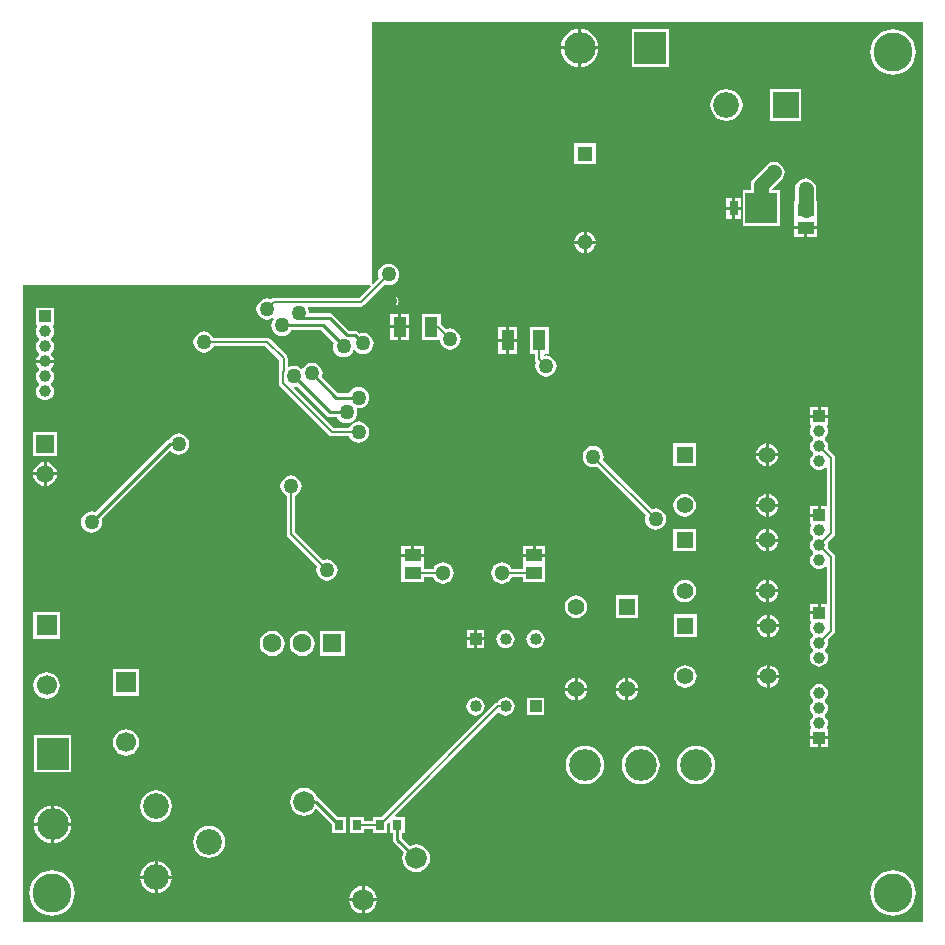
<source format=gbl>
%FSLAX25Y25*%
%MOIN*%
G70*
G01*
G75*
G04 Layer_Physical_Order=2*
G04 Layer_Color=16711680*
%ADD10R,0.23622X0.23622*%
%ADD11R,0.06693X0.04331*%
%ADD12O,0.00984X0.06102*%
%ADD13O,0.06102X0.00984*%
%ADD14R,0.07087X0.07480*%
%ADD15R,0.00945X0.05315*%
%ADD16R,0.08268X0.06299*%
%ADD17R,0.05512X0.04331*%
%ADD18R,0.04331X0.05512*%
%ADD19R,0.04331X0.06693*%
%ADD20R,0.03937X0.11417*%
%ADD21R,0.40945X0.31496*%
%ADD22R,0.03543X0.02756*%
%ADD23R,0.02756X0.03543*%
%ADD24R,0.02362X0.03347*%
%ADD25R,0.05906X0.05906*%
%ADD26R,0.14370X0.05709*%
%ADD27R,0.13189X0.05315*%
%ADD28O,0.02756X0.09055*%
%ADD29R,0.00984X0.04429*%
%ADD30R,0.04429X0.00984*%
%ADD31C,0.06000*%
%ADD32C,0.04000*%
%ADD33C,0.01000*%
%ADD34C,0.00800*%
%ADD35C,0.10000*%
%ADD36C,0.03000*%
%ADD37C,0.00700*%
%ADD38C,0.05000*%
%ADD39C,0.02500*%
%ADD40C,0.02000*%
%ADD41R,0.03937X0.03937*%
%ADD42C,0.03937*%
%ADD43R,0.06693X0.06693*%
%ADD44C,0.06693*%
%ADD45C,0.05118*%
%ADD46C,0.05906*%
%ADD47R,0.06299X0.06299*%
%ADD48C,0.06299*%
%ADD49C,0.10600*%
%ADD50R,0.10600X0.10600*%
%ADD51R,0.05118X0.05118*%
%ADD52C,0.05118*%
%ADD53R,0.08600X0.08600*%
%ADD54C,0.08600*%
%ADD55C,0.07200*%
%ADD56R,0.10600X0.10600*%
%ADD57R,0.03976X0.03976*%
%ADD58C,0.03976*%
%ADD59C,0.05500*%
%ADD60R,0.05500X0.05500*%
%ADD61R,0.05500X0.05500*%
%ADD62C,0.05000*%
%ADD63C,0.12992*%
%ADD64R,0.03000X0.05000*%
%ADD65R,0.10512X0.10000*%
G36*
X300000Y0D02*
X0D01*
Y212500D01*
X115828D01*
X116019Y212038D01*
X112109Y208127D01*
X83700D01*
X83700Y208127D01*
X83154Y208019D01*
X82770Y207762D01*
X82414Y207910D01*
X81500Y208030D01*
X80586Y207910D01*
X79735Y207557D01*
X79004Y206996D01*
X78443Y206265D01*
X78090Y205414D01*
X77970Y204500D01*
X78090Y203586D01*
X78443Y202735D01*
X79004Y202004D01*
X79735Y201443D01*
X80586Y201090D01*
X81500Y200970D01*
X82414Y201090D01*
X83265Y201443D01*
X83442Y201579D01*
X83796Y201225D01*
X83443Y200765D01*
X83090Y199914D01*
X82970Y199000D01*
X83090Y198086D01*
X83443Y197235D01*
X84004Y196504D01*
X84735Y195943D01*
X85586Y195590D01*
X86500Y195470D01*
X87414Y195590D01*
X88265Y195943D01*
X88996Y196504D01*
X89557Y197235D01*
X89655Y197471D01*
X99366D01*
X103688Y193149D01*
X103590Y192914D01*
X103470Y192000D01*
X103590Y191086D01*
X103943Y190235D01*
X104504Y189504D01*
X105235Y188943D01*
X106086Y188590D01*
X107000Y188470D01*
X107914Y188590D01*
X108765Y188943D01*
X109496Y189504D01*
X110057Y190235D01*
X110270Y190749D01*
X110766Y190814D01*
X111004Y190504D01*
X111735Y189943D01*
X112586Y189590D01*
X113500Y189470D01*
X114414Y189590D01*
X115265Y189943D01*
X115996Y190504D01*
X116557Y191235D01*
X116910Y192086D01*
X117030Y193000D01*
X116910Y193914D01*
X116557Y194765D01*
X115996Y195496D01*
X115265Y196057D01*
X114414Y196410D01*
X113500Y196530D01*
X112586Y196410D01*
X112351Y196312D01*
X111781Y196881D01*
X111285Y197213D01*
X110700Y197329D01*
X108834D01*
X103581Y202581D01*
X103085Y202913D01*
X102500Y203029D01*
X95526D01*
X95410Y203914D01*
X95057Y204765D01*
X95012Y204824D01*
X95233Y205273D01*
X112700D01*
X112700Y205273D01*
X113246Y205381D01*
X113709Y205691D01*
X120749Y212730D01*
X121086Y212590D01*
X122000Y212470D01*
X122914Y212590D01*
X123765Y212943D01*
X124496Y213504D01*
X125057Y214235D01*
X125410Y215086D01*
X125530Y216000D01*
X125410Y216914D01*
X125057Y217765D01*
X124496Y218496D01*
X123765Y219057D01*
X122914Y219410D01*
X122000Y219530D01*
X121086Y219410D01*
X120235Y219057D01*
X119504Y218496D01*
X118943Y217765D01*
X118590Y216914D01*
X118470Y216000D01*
X118590Y215086D01*
X118730Y214749D01*
X116962Y212981D01*
X116500Y213172D01*
Y300000D01*
X300000D01*
Y0D01*
D02*
G37*
%LPC*%
G36*
X93260Y97185D02*
X92177Y97043D01*
X91167Y96625D01*
X90300Y95960D01*
X89635Y95093D01*
X89217Y94083D01*
X89074Y93000D01*
X89217Y91917D01*
X89635Y90907D01*
X90300Y90040D01*
X91167Y89375D01*
X92177Y88957D01*
X93260Y88815D01*
X94343Y88957D01*
X95353Y89375D01*
X96219Y90040D01*
X96885Y90907D01*
X97303Y91917D01*
X97445Y93000D01*
X97303Y94083D01*
X96885Y95093D01*
X96219Y95960D01*
X95353Y96625D01*
X94343Y97043D01*
X93260Y97185D01*
D02*
G37*
G36*
X268468Y168315D02*
X262531D01*
Y165847D01*
X262752D01*
X262973Y165398D01*
X262907Y165312D01*
X262608Y164590D01*
X262506Y163815D01*
X262608Y163040D01*
X262907Y162318D01*
X263383Y161698D01*
X263556Y161565D01*
Y161065D01*
X263383Y160932D01*
X262907Y160312D01*
X262608Y159590D01*
X262506Y158815D01*
X262608Y158040D01*
X262907Y157318D01*
X263383Y156698D01*
X263556Y156565D01*
Y156065D01*
X263383Y155932D01*
X262907Y155312D01*
X262608Y154590D01*
X262506Y153815D01*
X262608Y153040D01*
X262907Y152318D01*
X263383Y151698D01*
X264003Y151222D01*
X264725Y150923D01*
X265500Y150821D01*
X266275Y150923D01*
X266997Y151222D01*
X267617Y151698D01*
X267650Y151741D01*
X268124Y151580D01*
Y138784D01*
X266000D01*
Y135815D01*
X265500D01*
Y135315D01*
X262531D01*
Y132846D01*
X262752D01*
X262973Y132398D01*
X262907Y132312D01*
X262608Y131590D01*
X262506Y130815D01*
X262608Y130040D01*
X262907Y129318D01*
X263383Y128698D01*
X263556Y128565D01*
Y128065D01*
X263383Y127932D01*
X262907Y127312D01*
X262608Y126590D01*
X262506Y125815D01*
X262608Y125040D01*
X262907Y124318D01*
X263383Y123698D01*
X263556Y123565D01*
Y123065D01*
X263383Y122932D01*
X262907Y122312D01*
X262608Y121590D01*
X262506Y120815D01*
X262608Y120040D01*
X262907Y119318D01*
X263383Y118698D01*
X264003Y118222D01*
X264725Y117923D01*
X265500Y117821D01*
X266275Y117923D01*
X266997Y118222D01*
X267617Y118698D01*
X267650Y118741D01*
X268124Y118580D01*
Y106283D01*
X266000D01*
Y103315D01*
X265500D01*
Y102815D01*
X262531D01*
Y100347D01*
X262752D01*
X262973Y99898D01*
X262907Y99812D01*
X262608Y99090D01*
X262506Y98315D01*
X262608Y97540D01*
X262907Y96818D01*
X263383Y96198D01*
X263556Y96065D01*
Y95565D01*
X263383Y95432D01*
X262907Y94812D01*
X262608Y94090D01*
X262506Y93315D01*
X262608Y92540D01*
X262907Y91818D01*
X263383Y91198D01*
X263556Y91065D01*
Y90565D01*
X263383Y90432D01*
X262907Y89812D01*
X262608Y89090D01*
X262506Y88315D01*
X262608Y87540D01*
X262907Y86818D01*
X263383Y86198D01*
X264003Y85722D01*
X264725Y85423D01*
X265500Y85321D01*
X266275Y85423D01*
X266997Y85722D01*
X267617Y86198D01*
X268093Y86818D01*
X268392Y87540D01*
X268494Y88315D01*
X268392Y89090D01*
X268093Y89812D01*
X267617Y90432D01*
X267444Y90565D01*
Y91065D01*
X267617Y91198D01*
X268093Y91818D01*
X268392Y92540D01*
X268494Y93315D01*
X268392Y94090D01*
X268342Y94210D01*
X270473Y96342D01*
X270473Y96342D01*
X270772Y96788D01*
X270877Y97315D01*
Y121815D01*
X270772Y122342D01*
X270473Y122788D01*
X270473Y122788D01*
X268342Y124919D01*
X268392Y125040D01*
X268494Y125815D01*
X268392Y126590D01*
X268342Y126710D01*
X270473Y128842D01*
X270473Y128842D01*
X270772Y129288D01*
X270877Y129815D01*
Y154815D01*
X270772Y155342D01*
X270473Y155788D01*
X270473Y155788D01*
X268342Y157919D01*
X268392Y158040D01*
X268494Y158815D01*
X268392Y159590D01*
X268093Y160312D01*
X267617Y160932D01*
X267444Y161065D01*
Y161565D01*
X267617Y161698D01*
X268093Y162318D01*
X268392Y163040D01*
X268494Y163815D01*
X268392Y164590D01*
X268093Y165312D01*
X268027Y165398D01*
X268248Y165847D01*
X268468D01*
Y168315D01*
D02*
G37*
G36*
X83260Y97185D02*
X82177Y97043D01*
X81167Y96625D01*
X80300Y95960D01*
X79635Y95093D01*
X79217Y94083D01*
X79074Y93000D01*
X79217Y91917D01*
X79635Y90907D01*
X80300Y90040D01*
X81167Y89375D01*
X82177Y88957D01*
X83260Y88815D01*
X84343Y88957D01*
X85352Y89375D01*
X86219Y90040D01*
X86884Y90907D01*
X87303Y91917D01*
X87445Y93000D01*
X87303Y94083D01*
X86884Y95093D01*
X86219Y95960D01*
X85352Y96625D01*
X84343Y97043D01*
X83260Y97185D01*
D02*
G37*
G36*
X171000Y97514D02*
X170220Y97411D01*
X169493Y97110D01*
X168869Y96631D01*
X168390Y96007D01*
X168089Y95280D01*
X167986Y94500D01*
X168089Y93720D01*
X168390Y92993D01*
X168869Y92369D01*
X169493Y91890D01*
X170220Y91589D01*
X171000Y91486D01*
X171780Y91589D01*
X172507Y91890D01*
X173131Y92369D01*
X173610Y92993D01*
X173911Y93720D01*
X174014Y94500D01*
X173911Y95280D01*
X173610Y96007D01*
X173131Y96631D01*
X172507Y97110D01*
X171780Y97411D01*
X171000Y97514D01*
D02*
G37*
G36*
X150500Y94000D02*
X148012D01*
Y91512D01*
X150500D01*
Y94000D01*
D02*
G37*
G36*
X107409Y97150D02*
X99110D01*
Y88850D01*
X107409D01*
Y97150D01*
D02*
G37*
G36*
X161000Y97514D02*
X160220Y97411D01*
X159493Y97110D01*
X158869Y96631D01*
X158390Y96007D01*
X158089Y95280D01*
X157986Y94500D01*
X158089Y93720D01*
X158390Y92993D01*
X158869Y92369D01*
X159493Y91890D01*
X160220Y91589D01*
X161000Y91486D01*
X161780Y91589D01*
X162507Y91890D01*
X163131Y92369D01*
X163610Y92993D01*
X163911Y93720D01*
X164014Y94500D01*
X163911Y95280D01*
X163610Y96007D01*
X163131Y96631D01*
X162507Y97110D01*
X161780Y97411D01*
X161000Y97514D01*
D02*
G37*
G36*
X249000Y85716D02*
Y82500D01*
X252217D01*
X252153Y82979D01*
X251776Y83891D01*
X251174Y84675D01*
X250391Y85276D01*
X249479Y85654D01*
X249000Y85716D01*
D02*
G37*
G36*
X185035Y81437D02*
Y78220D01*
X188252D01*
X188189Y78699D01*
X187811Y79612D01*
X187210Y80395D01*
X186427Y80996D01*
X185514Y81374D01*
X185035Y81437D01*
D02*
G37*
G36*
X200965D02*
X200486Y81374D01*
X199573Y80996D01*
X198790Y80395D01*
X198189Y79612D01*
X197811Y78699D01*
X197748Y78220D01*
X200965D01*
Y81437D01*
D02*
G37*
G36*
X220941Y85782D02*
X219962Y85654D01*
X219050Y85276D01*
X218266Y84675D01*
X217665Y83891D01*
X217287Y82979D01*
X217159Y82000D01*
X217287Y81021D01*
X217665Y80109D01*
X218266Y79325D01*
X219050Y78724D01*
X219962Y78347D01*
X220941Y78218D01*
X221920Y78347D01*
X222832Y78724D01*
X223616Y79325D01*
X224217Y80109D01*
X224594Y81021D01*
X224723Y82000D01*
X224594Y82979D01*
X224217Y83891D01*
X223616Y84675D01*
X222832Y85276D01*
X221920Y85654D01*
X220941Y85782D01*
D02*
G37*
G36*
X184035Y81437D02*
X183556Y81374D01*
X182644Y80996D01*
X181861Y80395D01*
X181260Y79612D01*
X180882Y78699D01*
X180819Y78220D01*
X184035D01*
Y81437D01*
D02*
G37*
G36*
X252217Y81500D02*
X249000D01*
Y78284D01*
X249479Y78347D01*
X250391Y78724D01*
X251174Y79325D01*
X251776Y80109D01*
X252153Y81021D01*
X252217Y81500D01*
D02*
G37*
G36*
X248000Y85716D02*
X247521Y85654D01*
X246609Y85276D01*
X245826Y84675D01*
X245224Y83891D01*
X244847Y82979D01*
X244783Y82500D01*
X248000D01*
Y85716D01*
D02*
G37*
G36*
X201965Y81437D02*
Y78220D01*
X205181D01*
X205118Y78699D01*
X204740Y79612D01*
X204139Y80395D01*
X203356Y80996D01*
X202444Y81374D01*
X201965Y81437D01*
D02*
G37*
G36*
X248000Y81500D02*
X244783D01*
X244847Y81021D01*
X245224Y80109D01*
X245826Y79325D01*
X246609Y78724D01*
X247521Y78347D01*
X248000Y78284D01*
Y81500D01*
D02*
G37*
G36*
X265000Y106283D02*
X262531D01*
Y103815D01*
X265000D01*
Y106283D01*
D02*
G37*
G36*
X220721Y114318D02*
X219742Y114189D01*
X218829Y113811D01*
X218046Y113210D01*
X217445Y112427D01*
X217067Y111514D01*
X216938Y110535D01*
X217067Y109556D01*
X217445Y108644D01*
X218046Y107861D01*
X218829Y107260D01*
X219742Y106882D01*
X220721Y106753D01*
X221699Y106882D01*
X222612Y107260D01*
X223395Y107861D01*
X223996Y108644D01*
X224374Y109556D01*
X224503Y110535D01*
X224374Y111514D01*
X223996Y112427D01*
X223395Y113210D01*
X222612Y113811D01*
X221699Y114189D01*
X220721Y114318D01*
D02*
G37*
G36*
X184535Y109062D02*
X183556Y108933D01*
X182644Y108555D01*
X181861Y107954D01*
X181260Y107171D01*
X180882Y106258D01*
X180753Y105280D01*
X180882Y104301D01*
X181260Y103388D01*
X181861Y102605D01*
X182644Y102004D01*
X183556Y101626D01*
X184535Y101497D01*
X185514Y101626D01*
X186427Y102004D01*
X187210Y102605D01*
X187811Y103388D01*
X188189Y104301D01*
X188318Y105280D01*
X188189Y106258D01*
X187811Y107171D01*
X187210Y107954D01*
X186427Y108555D01*
X185514Y108933D01*
X184535Y109062D01*
D02*
G37*
G36*
X205215Y109029D02*
X197715D01*
Y101530D01*
X205215D01*
Y109029D01*
D02*
G37*
G36*
X247779Y114252D02*
X247301Y114189D01*
X246388Y113811D01*
X245605Y113210D01*
X245004Y112427D01*
X244626Y111514D01*
X244563Y111035D01*
X247779D01*
Y114252D01*
D02*
G37*
G36*
X248780D02*
Y111035D01*
X251996D01*
X251933Y111514D01*
X251555Y112427D01*
X250954Y113210D01*
X250171Y113811D01*
X249258Y114189D01*
X248780Y114252D01*
D02*
G37*
G36*
X247779Y110035D02*
X244563D01*
X244626Y109556D01*
X245004Y108644D01*
X245605Y107861D01*
X246388Y107260D01*
X247301Y106882D01*
X247779Y106819D01*
Y110035D01*
D02*
G37*
G36*
X251996D02*
X248780D01*
Y106819D01*
X249258Y106882D01*
X250171Y107260D01*
X250954Y107861D01*
X251555Y108644D01*
X251933Y109556D01*
X251996Y110035D01*
D02*
G37*
G36*
X249000Y102646D02*
Y99429D01*
X252217D01*
X252153Y99908D01*
X251776Y100820D01*
X251174Y101604D01*
X250391Y102205D01*
X249479Y102583D01*
X249000Y102646D01*
D02*
G37*
G36*
X150500Y97488D02*
X148012D01*
Y95000D01*
X150500D01*
Y97488D01*
D02*
G37*
G36*
X153988D02*
X151500D01*
Y95000D01*
X153988D01*
Y97488D01*
D02*
G37*
G36*
Y94000D02*
X151500D01*
Y91512D01*
X153988D01*
Y94000D01*
D02*
G37*
G36*
X12347Y103347D02*
X3653D01*
Y94653D01*
X12347D01*
Y103347D01*
D02*
G37*
G36*
X252217Y98429D02*
X249000D01*
Y95213D01*
X249479Y95276D01*
X250391Y95653D01*
X251174Y96255D01*
X251776Y97038D01*
X252153Y97950D01*
X252217Y98429D01*
D02*
G37*
G36*
X248000Y102646D02*
X247521Y102583D01*
X246609Y102205D01*
X245826Y101604D01*
X245224Y100820D01*
X244847Y99908D01*
X244783Y99429D01*
X248000D01*
Y102646D01*
D02*
G37*
G36*
X224691Y102679D02*
X217191D01*
Y95179D01*
X224691D01*
Y102679D01*
D02*
G37*
G36*
X248000Y98429D02*
X244783D01*
X244847Y97950D01*
X245224Y97038D01*
X245826Y96255D01*
X246609Y95653D01*
X247521Y95276D01*
X248000Y95213D01*
Y98429D01*
D02*
G37*
G36*
X38846Y84346D02*
X30154D01*
Y75653D01*
X38846D01*
Y84346D01*
D02*
G37*
G36*
X62217Y32236D02*
X60833Y32053D01*
X59544Y31519D01*
X58437Y30670D01*
X57587Y29563D01*
X57053Y28273D01*
X56871Y26890D01*
X57053Y25506D01*
X57587Y24217D01*
X58437Y23110D01*
X59544Y22260D01*
X60833Y21726D01*
X62217Y21544D01*
X63600Y21726D01*
X64889Y22260D01*
X65996Y23110D01*
X66846Y24217D01*
X67380Y25506D01*
X67562Y26890D01*
X67380Y28273D01*
X66846Y29563D01*
X65996Y30670D01*
X64889Y31519D01*
X63600Y32053D01*
X62217Y32236D01*
D02*
G37*
G36*
X9500Y32189D02*
X3719D01*
X3791Y31454D01*
X4151Y30266D01*
X4736Y29172D01*
X5524Y28213D01*
X6483Y27425D01*
X7577Y26840D01*
X8765Y26480D01*
X9500Y26408D01*
Y32189D01*
D02*
G37*
G36*
X44000Y20359D02*
X43116Y20242D01*
X41827Y19708D01*
X40720Y18859D01*
X39871Y17752D01*
X39336Y16462D01*
X39220Y15579D01*
X44000D01*
Y20359D01*
D02*
G37*
G36*
X45000D02*
Y15579D01*
X49780D01*
X49664Y16462D01*
X49130Y17752D01*
X48280Y18859D01*
X47173Y19708D01*
X45884Y20242D01*
X45000Y20359D01*
D02*
G37*
G36*
X9500Y38970D02*
X8765Y38898D01*
X7577Y38538D01*
X6483Y37953D01*
X5524Y37165D01*
X4736Y36206D01*
X4151Y35111D01*
X3791Y33924D01*
X3719Y33189D01*
X9500D01*
Y38970D01*
D02*
G37*
G36*
X10500D02*
Y33189D01*
X16281D01*
X16209Y33924D01*
X15849Y35111D01*
X15264Y36206D01*
X14476Y37165D01*
X13517Y37953D01*
X12423Y38538D01*
X11235Y38898D01*
X10500Y38970D01*
D02*
G37*
G36*
X16281Y32189D02*
X10500D01*
Y26408D01*
X11235Y26480D01*
X12423Y26840D01*
X13517Y27425D01*
X14476Y28213D01*
X15264Y29172D01*
X15849Y30266D01*
X16209Y31454D01*
X16281Y32189D01*
D02*
G37*
G36*
X93815Y44903D02*
X92614Y44745D01*
X91495Y44282D01*
X90534Y43545D01*
X89797Y42584D01*
X89333Y41465D01*
X89175Y40264D01*
X89333Y39063D01*
X89797Y37944D01*
X90534Y36983D01*
X91495Y36246D01*
X92614Y35782D01*
X93815Y35624D01*
X95016Y35782D01*
X96135Y36246D01*
X97096Y36983D01*
X97649Y37704D01*
X98148Y37737D01*
X103169Y32715D01*
Y29728D01*
X107925D01*
Y35272D01*
X104938D01*
X98865Y41345D01*
X98369Y41677D01*
X98194Y41712D01*
X97833Y42584D01*
X97096Y43545D01*
X96135Y44282D01*
X95016Y44745D01*
X93815Y44903D01*
D02*
G37*
G36*
X113000Y7087D02*
X108926D01*
X109018Y6386D01*
X109482Y5267D01*
X110219Y4306D01*
X111180Y3568D01*
X112299Y3105D01*
X113000Y3013D01*
Y7087D01*
D02*
G37*
G36*
X118074D02*
X114000D01*
Y3013D01*
X114701Y3105D01*
X115820Y3568D01*
X116781Y4306D01*
X117518Y5267D01*
X117982Y6386D01*
X118074Y7087D01*
D02*
G37*
G36*
X9843Y17375D02*
X8373Y17230D01*
X6960Y16802D01*
X5658Y16105D01*
X4516Y15169D01*
X3580Y14027D01*
X2884Y12725D01*
X2455Y11312D01*
X2310Y9843D01*
X2455Y8373D01*
X2884Y6960D01*
X3580Y5658D01*
X4516Y4516D01*
X5658Y3580D01*
X6960Y2884D01*
X8373Y2455D01*
X9843Y2310D01*
X11312Y2455D01*
X12725Y2884D01*
X14027Y3580D01*
X15169Y4516D01*
X16105Y5658D01*
X16802Y6960D01*
X17230Y8373D01*
X17375Y9843D01*
X17230Y11312D01*
X16802Y12725D01*
X16105Y14027D01*
X15169Y15169D01*
X14027Y16105D01*
X12725Y16802D01*
X11312Y17230D01*
X9843Y17375D01*
D02*
G37*
G36*
X290158D02*
X288688Y17230D01*
X287275Y16802D01*
X285973Y16105D01*
X284831Y15169D01*
X283895Y14027D01*
X283198Y12725D01*
X282770Y11312D01*
X282625Y9843D01*
X282770Y8373D01*
X283198Y6960D01*
X283895Y5658D01*
X284831Y4516D01*
X285973Y3580D01*
X287275Y2884D01*
X288688Y2455D01*
X290158Y2310D01*
X291627Y2455D01*
X293040Y2884D01*
X294342Y3580D01*
X295484Y4516D01*
X296420Y5658D01*
X297116Y6960D01*
X297545Y8373D01*
X297690Y9843D01*
X297545Y11312D01*
X297116Y12725D01*
X296420Y14027D01*
X295484Y15169D01*
X294342Y16105D01*
X293040Y16802D01*
X291627Y17230D01*
X290158Y17375D01*
D02*
G37*
G36*
X44000Y14579D02*
X39220D01*
X39336Y13695D01*
X39871Y12406D01*
X40720Y11299D01*
X41827Y10449D01*
X43116Y9915D01*
X44000Y9799D01*
Y14579D01*
D02*
G37*
G36*
X49780D02*
X45000D01*
Y9799D01*
X45884Y9915D01*
X47173Y10449D01*
X48280Y11299D01*
X49130Y12406D01*
X49664Y13695D01*
X49780Y14579D01*
D02*
G37*
G36*
X113000Y12161D02*
X112299Y12068D01*
X111180Y11605D01*
X110219Y10867D01*
X109482Y9906D01*
X109018Y8787D01*
X108926Y8087D01*
X113000D01*
Y12161D01*
D02*
G37*
G36*
X114000D02*
Y8087D01*
X118074D01*
X117982Y8787D01*
X117518Y9906D01*
X116781Y10867D01*
X115820Y11605D01*
X114701Y12068D01*
X114000Y12161D01*
D02*
G37*
G36*
X44500Y44047D02*
X43116Y43864D01*
X41827Y43330D01*
X40720Y42481D01*
X39871Y41374D01*
X39336Y40084D01*
X39154Y38701D01*
X39336Y37317D01*
X39871Y36028D01*
X40720Y34921D01*
X41827Y34071D01*
X43116Y33537D01*
X44500Y33355D01*
X45884Y33537D01*
X47173Y34071D01*
X48280Y34921D01*
X49130Y36028D01*
X49664Y37317D01*
X49846Y38701D01*
X49664Y40084D01*
X49130Y41374D01*
X48280Y42481D01*
X47173Y43330D01*
X45884Y43864D01*
X44500Y44047D01*
D02*
G37*
G36*
X173988Y74988D02*
X168012D01*
Y69012D01*
X173988D01*
Y74988D01*
D02*
G37*
G36*
X184035Y77220D02*
X180819D01*
X180882Y76741D01*
X181260Y75829D01*
X181861Y75046D01*
X182644Y74445D01*
X183556Y74067D01*
X184035Y74004D01*
Y77220D01*
D02*
G37*
G36*
X151000Y75014D02*
X150220Y74911D01*
X149493Y74610D01*
X148869Y74131D01*
X148390Y73507D01*
X148089Y72780D01*
X147986Y72000D01*
X148089Y71220D01*
X148390Y70493D01*
X148869Y69869D01*
X149493Y69390D01*
X150220Y69089D01*
X151000Y68986D01*
X151780Y69089D01*
X152507Y69390D01*
X153131Y69869D01*
X153610Y70493D01*
X153911Y71220D01*
X154014Y72000D01*
X153911Y72780D01*
X153610Y73507D01*
X153131Y74131D01*
X152507Y74610D01*
X151780Y74911D01*
X151000Y75014D01*
D02*
G37*
G36*
X161000D02*
X160220Y74911D01*
X159493Y74610D01*
X158869Y74131D01*
X158390Y73507D01*
X158340Y73386D01*
X158001Y73319D01*
X157816Y73195D01*
X157538Y73009D01*
X157538Y73009D01*
X119800Y35272D01*
X116669D01*
Y33927D01*
X113831D01*
Y35272D01*
X109075D01*
Y29728D01*
X113831D01*
Y31073D01*
X116669D01*
Y29728D01*
X121425D01*
Y32859D01*
X122113Y33547D01*
X122575Y33356D01*
Y29728D01*
X123423D01*
Y27630D01*
X123423Y27630D01*
X123423D01*
X123540Y27045D01*
X123871Y26548D01*
X127062Y23357D01*
X126735Y22567D01*
X126577Y21366D01*
X126735Y20165D01*
X127199Y19046D01*
X127936Y18085D01*
X128897Y17348D01*
X130016Y16884D01*
X131217Y16726D01*
X132417Y16884D01*
X133536Y17348D01*
X134497Y18085D01*
X135235Y19046D01*
X135698Y20165D01*
X135856Y21366D01*
X135698Y22567D01*
X135235Y23686D01*
X134497Y24647D01*
X133536Y25384D01*
X132417Y25848D01*
X131217Y26006D01*
X130016Y25848D01*
X129225Y25520D01*
X126482Y28263D01*
Y29728D01*
X127331D01*
Y35272D01*
X124491D01*
X124300Y35734D01*
X158461Y69895D01*
X158869Y69869D01*
X159493Y69390D01*
X160220Y69089D01*
X161000Y68986D01*
X161780Y69089D01*
X162507Y69390D01*
X163131Y69869D01*
X163610Y70493D01*
X163911Y71220D01*
X164014Y72000D01*
X163911Y72780D01*
X163610Y73507D01*
X163131Y74131D01*
X162507Y74610D01*
X161780Y74911D01*
X161000Y75014D01*
D02*
G37*
G36*
X205181Y77220D02*
X201965D01*
Y74004D01*
X202444Y74067D01*
X203356Y74445D01*
X204139Y75046D01*
X204740Y75829D01*
X205118Y76741D01*
X205181Y77220D01*
D02*
G37*
G36*
X8000Y83384D02*
X6865Y83235D01*
X5808Y82797D01*
X4900Y82100D01*
X4203Y81192D01*
X3765Y80135D01*
X3616Y79000D01*
X3765Y77865D01*
X4203Y76808D01*
X4900Y75900D01*
X5808Y75203D01*
X6865Y74765D01*
X8000Y74616D01*
X9135Y74765D01*
X10192Y75203D01*
X11100Y75900D01*
X11797Y76808D01*
X12235Y77865D01*
X12384Y79000D01*
X12235Y80135D01*
X11797Y81192D01*
X11100Y82100D01*
X10192Y82797D01*
X9135Y83235D01*
X8000Y83384D01*
D02*
G37*
G36*
X188252Y77220D02*
X185035D01*
Y74004D01*
X185514Y74067D01*
X186427Y74445D01*
X187210Y75046D01*
X187811Y75829D01*
X188189Y76741D01*
X188252Y77220D01*
D02*
G37*
G36*
X200965D02*
X197748D01*
X197811Y76741D01*
X198189Y75829D01*
X198790Y75046D01*
X199573Y74445D01*
X200486Y74067D01*
X200965Y74004D01*
Y77220D01*
D02*
G37*
G36*
X224504Y58830D02*
X223269Y58709D01*
X222081Y58349D01*
X220987Y57764D01*
X220028Y56976D01*
X219240Y56017D01*
X218655Y54923D01*
X218295Y53735D01*
X218174Y52500D01*
X218295Y51265D01*
X218655Y50077D01*
X219240Y48983D01*
X220028Y48024D01*
X220987Y47236D01*
X222081Y46651D01*
X223269Y46291D01*
X224504Y46169D01*
X225739Y46291D01*
X226926Y46651D01*
X228021Y47236D01*
X228980Y48024D01*
X229767Y48983D01*
X230352Y50077D01*
X230713Y51265D01*
X230834Y52500D01*
X230713Y53735D01*
X230352Y54923D01*
X229767Y56017D01*
X228980Y56976D01*
X228021Y57764D01*
X226926Y58349D01*
X225739Y58709D01*
X224504Y58830D01*
D02*
G37*
G36*
X16300Y62611D02*
X3700D01*
Y50011D01*
X16300D01*
Y62611D01*
D02*
G37*
G36*
X187496Y58830D02*
X186261Y58709D01*
X185073Y58349D01*
X183979Y57764D01*
X183020Y56976D01*
X182232Y56017D01*
X181648Y54923D01*
X181287Y53735D01*
X181166Y52500D01*
X181287Y51265D01*
X181648Y50077D01*
X182232Y48983D01*
X183020Y48024D01*
X183979Y47236D01*
X185073Y46651D01*
X186261Y46291D01*
X187496Y46169D01*
X188731Y46291D01*
X189919Y46651D01*
X191013Y47236D01*
X191972Y48024D01*
X192760Y48983D01*
X193345Y50077D01*
X193705Y51265D01*
X193826Y52500D01*
X193705Y53735D01*
X193345Y54923D01*
X192760Y56017D01*
X191972Y56976D01*
X191013Y57764D01*
X189919Y58349D01*
X188731Y58709D01*
X187496Y58830D01*
D02*
G37*
G36*
X206000D02*
X204765Y58709D01*
X203577Y58349D01*
X202483Y57764D01*
X201524Y56976D01*
X200736Y56017D01*
X200151Y54923D01*
X199791Y53735D01*
X199670Y52500D01*
X199791Y51265D01*
X200151Y50077D01*
X200736Y48983D01*
X201524Y48024D01*
X202483Y47236D01*
X203577Y46651D01*
X204765Y46291D01*
X206000Y46169D01*
X207235Y46291D01*
X208423Y46651D01*
X209517Y47236D01*
X210476Y48024D01*
X211264Y48983D01*
X211849Y50077D01*
X212209Y51265D01*
X212331Y52500D01*
X212209Y53735D01*
X211849Y54923D01*
X211264Y56017D01*
X210476Y56976D01*
X209517Y57764D01*
X208423Y58349D01*
X207235Y58709D01*
X206000Y58830D01*
D02*
G37*
G36*
X268468Y61000D02*
X266000D01*
Y58531D01*
X268468D01*
Y61000D01*
D02*
G37*
G36*
X265500Y79494D02*
X264725Y79392D01*
X264003Y79093D01*
X263383Y78617D01*
X262907Y77997D01*
X262608Y77275D01*
X262506Y76500D01*
X262608Y75725D01*
X262907Y75003D01*
X263383Y74383D01*
X263556Y74250D01*
Y73750D01*
X263383Y73617D01*
X262907Y72997D01*
X262608Y72275D01*
X262506Y71500D01*
X262608Y70725D01*
X262907Y70003D01*
X263383Y69383D01*
X263556Y69250D01*
Y68750D01*
X263383Y68617D01*
X262907Y67997D01*
X262608Y67275D01*
X262506Y66500D01*
X262608Y65725D01*
X262907Y65003D01*
X262973Y64917D01*
X262752Y64468D01*
X262531D01*
Y62000D01*
X268468D01*
Y64468D01*
X268248D01*
X268027Y64917D01*
X268093Y65003D01*
X268392Y65725D01*
X268494Y66500D01*
X268392Y67275D01*
X268093Y67997D01*
X267617Y68617D01*
X267444Y68750D01*
Y69250D01*
X267617Y69383D01*
X268093Y70003D01*
X268392Y70725D01*
X268494Y71500D01*
X268392Y72275D01*
X268093Y72997D01*
X267617Y73617D01*
X267444Y73750D01*
Y74250D01*
X267617Y74383D01*
X268093Y75003D01*
X268392Y75725D01*
X268494Y76500D01*
X268392Y77275D01*
X268093Y77997D01*
X267617Y78617D01*
X266997Y79093D01*
X266275Y79392D01*
X265500Y79494D01*
D02*
G37*
G36*
X34500Y64384D02*
X33365Y64235D01*
X32308Y63797D01*
X31400Y63100D01*
X30703Y62192D01*
X30265Y61135D01*
X30116Y60000D01*
X30265Y58865D01*
X30703Y57808D01*
X31400Y56900D01*
X32308Y56203D01*
X33365Y55765D01*
X34500Y55616D01*
X35635Y55765D01*
X36692Y56203D01*
X37600Y56900D01*
X38297Y57808D01*
X38735Y58865D01*
X38884Y60000D01*
X38735Y61135D01*
X38297Y62192D01*
X37600Y63100D01*
X36692Y63797D01*
X35635Y64235D01*
X34500Y64384D01*
D02*
G37*
G36*
X265000Y61000D02*
X262531D01*
Y58531D01*
X265000D01*
Y61000D01*
D02*
G37*
G36*
X128850Y202847D02*
X126185D01*
Y199000D01*
X128850D01*
Y202847D01*
D02*
G37*
G36*
X123500Y208927D02*
X122954Y208819D01*
X122491Y208509D01*
X122181Y208046D01*
X122073Y207500D01*
X122181Y206954D01*
X122491Y206491D01*
X122991Y205991D01*
X123454Y205681D01*
X124000Y205573D01*
X124546Y205681D01*
X125009Y205991D01*
X125319Y206454D01*
X125427Y207000D01*
X125319Y207546D01*
X125009Y208009D01*
X124509Y208509D01*
X124046Y208819D01*
X123500Y208927D01*
D02*
G37*
G36*
X164850Y198346D02*
X162185D01*
Y194500D01*
X164850D01*
Y198346D01*
D02*
G37*
G36*
X125185Y202847D02*
X122520D01*
Y199000D01*
X125185D01*
Y202847D01*
D02*
G37*
G36*
X187000Y230260D02*
X186571Y230204D01*
X185705Y229845D01*
X184962Y229275D01*
X184391Y228531D01*
X184033Y227665D01*
X183976Y227236D01*
X187000D01*
Y230260D01*
D02*
G37*
G36*
X188000D02*
Y227236D01*
X191024D01*
X190967Y227665D01*
X190609Y228531D01*
X190038Y229275D01*
X189295Y229845D01*
X188429Y230204D01*
X188000Y230260D01*
D02*
G37*
G36*
X187000Y226236D02*
X183976D01*
X184033Y225807D01*
X184391Y224941D01*
X184962Y224198D01*
X185705Y223627D01*
X186571Y223269D01*
X187000Y223212D01*
Y226236D01*
D02*
G37*
G36*
X191024D02*
X188000D01*
Y223212D01*
X188429Y223269D01*
X189295Y223627D01*
X190038Y224198D01*
X190609Y224941D01*
X190967Y225807D01*
X191024Y226236D01*
D02*
G37*
G36*
X161185Y193500D02*
X158520D01*
Y189654D01*
X161185D01*
Y193500D01*
D02*
G37*
G36*
X164850D02*
X162185D01*
Y189654D01*
X164850D01*
Y193500D01*
D02*
G37*
G36*
X175480Y198346D02*
X169150D01*
Y189654D01*
X170887D01*
Y187685D01*
X170887Y187685D01*
X170996Y187139D01*
X171240Y186775D01*
X171090Y186414D01*
X170970Y185500D01*
X171090Y184586D01*
X171443Y183735D01*
X172004Y183004D01*
X172735Y182443D01*
X173586Y182090D01*
X174500Y181970D01*
X175414Y182090D01*
X176265Y182443D01*
X176996Y183004D01*
X177557Y183735D01*
X177910Y184586D01*
X178030Y185500D01*
X177910Y186414D01*
X177557Y187265D01*
X176996Y187996D01*
X176265Y188557D01*
X175414Y188910D01*
X174500Y189030D01*
X174118Y188980D01*
X173884Y189186D01*
X174060Y189654D01*
X175480D01*
Y198346D01*
D02*
G37*
G36*
X10469Y204969D02*
X4532D01*
Y199031D01*
X4752D01*
X4973Y198583D01*
X4907Y198497D01*
X4608Y197775D01*
X4506Y197000D01*
X4608Y196225D01*
X4907Y195503D01*
X5383Y194883D01*
X5556Y194750D01*
Y194250D01*
X5383Y194117D01*
X4907Y193497D01*
X4608Y192775D01*
X4506Y192000D01*
X4608Y191225D01*
X4907Y190503D01*
X5383Y189883D01*
X5556Y189750D01*
Y189250D01*
X5383Y189117D01*
X4907Y188497D01*
X4608Y187775D01*
X4572Y187500D01*
X10428D01*
X10392Y187775D01*
X10093Y188497D01*
X9617Y189117D01*
X9444Y189250D01*
Y189750D01*
X9617Y189883D01*
X10093Y190503D01*
X10392Y191225D01*
X10494Y192000D01*
X10392Y192775D01*
X10093Y193497D01*
X9617Y194117D01*
X9444Y194250D01*
Y194750D01*
X9617Y194883D01*
X10093Y195503D01*
X10392Y196225D01*
X10494Y197000D01*
X10392Y197775D01*
X10093Y198497D01*
X10027Y198583D01*
X10248Y199031D01*
X10469D01*
Y204969D01*
D02*
G37*
G36*
X128850Y198000D02*
X126185D01*
Y194153D01*
X128850D01*
Y198000D01*
D02*
G37*
G36*
X161185Y198346D02*
X158520D01*
Y194500D01*
X161185D01*
Y198346D01*
D02*
G37*
G36*
X139480Y202847D02*
X133150D01*
Y194153D01*
X139015D01*
X139090Y193586D01*
X139443Y192735D01*
X140004Y192004D01*
X140735Y191443D01*
X141586Y191090D01*
X142500Y190970D01*
X143414Y191090D01*
X144265Y191443D01*
X144996Y192004D01*
X145557Y192735D01*
X145910Y193586D01*
X146030Y194500D01*
X145910Y195414D01*
X145557Y196265D01*
X144996Y196996D01*
X144265Y197557D01*
X143414Y197910D01*
X142500Y198030D01*
X141586Y197910D01*
X141249Y197770D01*
X139509Y199509D01*
X139480Y199529D01*
Y202847D01*
D02*
G37*
G36*
X125185Y198000D02*
X122520D01*
Y194153D01*
X125185D01*
Y198000D01*
D02*
G37*
G36*
X260500Y231047D02*
X257244D01*
Y228382D01*
X260500D01*
Y231047D01*
D02*
G37*
G36*
X290158Y297690D02*
X288688Y297545D01*
X287275Y297116D01*
X285973Y296420D01*
X284831Y295484D01*
X283895Y294342D01*
X283198Y293040D01*
X282770Y291627D01*
X282625Y290158D01*
X282770Y288688D01*
X283198Y287275D01*
X283895Y285973D01*
X284831Y284831D01*
X285973Y283895D01*
X287275Y283198D01*
X288688Y282770D01*
X290158Y282625D01*
X291627Y282770D01*
X293040Y283198D01*
X294342Y283895D01*
X295484Y284831D01*
X296420Y285973D01*
X297116Y287275D01*
X297545Y288688D01*
X297690Y290158D01*
X297545Y291627D01*
X297116Y293040D01*
X296420Y294342D01*
X295484Y295484D01*
X294342Y296420D01*
X293040Y297116D01*
X291627Y297545D01*
X290158Y297690D01*
D02*
G37*
G36*
X215611Y297800D02*
X203011D01*
Y285200D01*
X215611D01*
Y297800D01*
D02*
G37*
G36*
X234658Y277846D02*
X233274Y277664D01*
X231985Y277130D01*
X230877Y276280D01*
X230028Y275173D01*
X229494Y273884D01*
X229312Y272500D01*
X229494Y271116D01*
X230028Y269827D01*
X230877Y268720D01*
X231985Y267870D01*
X233274Y267336D01*
X234658Y267154D01*
X236041Y267336D01*
X237330Y267870D01*
X238438Y268720D01*
X239287Y269827D01*
X239821Y271116D01*
X240003Y272500D01*
X239821Y273884D01*
X239287Y275173D01*
X238438Y276280D01*
X237330Y277130D01*
X236041Y277664D01*
X234658Y277846D01*
D02*
G37*
G36*
X259643Y277800D02*
X249043D01*
Y267200D01*
X259643D01*
Y277800D01*
D02*
G37*
G36*
X185189Y297781D02*
X184454Y297709D01*
X183266Y297349D01*
X182172Y296764D01*
X181213Y295976D01*
X180425Y295017D01*
X179840Y293923D01*
X179480Y292735D01*
X179408Y292000D01*
X185189D01*
Y297781D01*
D02*
G37*
G36*
X186189D02*
Y292000D01*
X191970D01*
X191898Y292735D01*
X191538Y293923D01*
X190953Y295017D01*
X190165Y295976D01*
X189206Y296764D01*
X188112Y297349D01*
X186924Y297709D01*
X186189Y297781D01*
D02*
G37*
G36*
X185189Y291000D02*
X179408D01*
X179480Y290265D01*
X179840Y289077D01*
X180425Y287983D01*
X181213Y287024D01*
X182172Y286236D01*
X183266Y285651D01*
X184454Y285291D01*
X185189Y285219D01*
Y291000D01*
D02*
G37*
G36*
X191970D02*
X186189D01*
Y285219D01*
X186924Y285291D01*
X188112Y285651D01*
X189206Y286236D01*
X190165Y287024D01*
X190953Y287983D01*
X191538Y289077D01*
X191898Y290265D01*
X191970Y291000D01*
D02*
G37*
G36*
X261000Y248030D02*
X260086Y247910D01*
X259235Y247557D01*
X258504Y246996D01*
X257943Y246265D01*
X257590Y245414D01*
X257470Y244500D01*
X257470Y244500D01*
Y240618D01*
X257244D01*
Y234287D01*
Y232047D01*
X264756D01*
Y234287D01*
Y240618D01*
X264530D01*
Y244500D01*
X264410Y245414D01*
X264057Y246265D01*
X263496Y246996D01*
X263496Y246996D01*
X262765Y247557D01*
X261914Y247910D01*
X261000Y248030D01*
D02*
G37*
G36*
X236500Y237500D02*
X234500D01*
Y234500D01*
X236500D01*
Y237500D01*
D02*
G37*
G36*
X264756Y231047D02*
X261500D01*
Y228382D01*
X264756D01*
Y231047D01*
D02*
G37*
G36*
X250500Y253530D02*
X249586Y253410D01*
X248735Y253057D01*
X248004Y252496D01*
X243760Y248252D01*
X243199Y247521D01*
X242846Y246670D01*
X242726Y245756D01*
Y244000D01*
X240000D01*
Y232000D01*
X252512D01*
Y244000D01*
X250146D01*
X249954Y244462D01*
X252996Y247504D01*
X253557Y248235D01*
X253910Y249086D01*
X254030Y250000D01*
X253910Y250914D01*
X253557Y251765D01*
X252996Y252496D01*
X252265Y253057D01*
X251414Y253410D01*
X250500Y253530D01*
D02*
G37*
G36*
X239500Y241500D02*
X237500D01*
Y238500D01*
X239500D01*
Y241500D01*
D02*
G37*
G36*
X191059Y259823D02*
X183941D01*
Y252705D01*
X191059D01*
Y259823D01*
D02*
G37*
G36*
X239500Y237500D02*
X237500D01*
Y234500D01*
X239500D01*
Y237500D01*
D02*
G37*
G36*
X236500Y241500D02*
X234500D01*
Y238500D01*
X236500D01*
Y241500D01*
D02*
G37*
G36*
X10428Y186500D02*
X4572D01*
X4608Y186225D01*
X4907Y185503D01*
X5383Y184883D01*
X5556Y184750D01*
Y184250D01*
X5383Y184117D01*
X4907Y183497D01*
X4608Y182775D01*
X4506Y182000D01*
X4608Y181225D01*
X4907Y180503D01*
X5383Y179883D01*
X5556Y179750D01*
Y179250D01*
X5383Y179117D01*
X4907Y178497D01*
X4608Y177775D01*
X4506Y177000D01*
X4608Y176225D01*
X4907Y175503D01*
X5383Y174883D01*
X6003Y174407D01*
X6725Y174108D01*
X7500Y174006D01*
X8275Y174108D01*
X8997Y174407D01*
X9617Y174883D01*
X10093Y175503D01*
X10392Y176225D01*
X10494Y177000D01*
X10392Y177775D01*
X10093Y178497D01*
X9617Y179117D01*
X9444Y179250D01*
Y179750D01*
X9617Y179883D01*
X10093Y180503D01*
X10392Y181225D01*
X10494Y182000D01*
X10392Y182775D01*
X10093Y183497D01*
X9617Y184117D01*
X9444Y184250D01*
Y184750D01*
X9617Y184883D01*
X10093Y185503D01*
X10392Y186225D01*
X10428Y186500D01*
D02*
G37*
G36*
X247779Y131181D02*
X247301Y131118D01*
X246388Y130740D01*
X245605Y130139D01*
X245004Y129356D01*
X244626Y128444D01*
X244563Y127965D01*
X247779D01*
Y131181D01*
D02*
G37*
G36*
X248780D02*
Y127965D01*
X251996D01*
X251933Y128444D01*
X251555Y129356D01*
X250954Y130139D01*
X250171Y130740D01*
X249258Y131118D01*
X248780Y131181D01*
D02*
G37*
G36*
X247779Y126965D02*
X244563D01*
X244626Y126486D01*
X245004Y125573D01*
X245605Y124790D01*
X246388Y124189D01*
X247301Y123811D01*
X247779Y123748D01*
Y126965D01*
D02*
G37*
G36*
X251996D02*
X248780D01*
Y123748D01*
X249258Y123811D01*
X250171Y124189D01*
X250954Y124790D01*
X251555Y125573D01*
X251933Y126486D01*
X251996Y126965D01*
D02*
G37*
G36*
X247779Y138535D02*
X244563D01*
X244626Y138057D01*
X245004Y137144D01*
X245605Y136361D01*
X246388Y135760D01*
X247301Y135382D01*
X247779Y135319D01*
Y138535D01*
D02*
G37*
G36*
X251996D02*
X248780D01*
Y135319D01*
X249258Y135382D01*
X250171Y135760D01*
X250954Y136361D01*
X251555Y137144D01*
X251933Y138057D01*
X251996Y138535D01*
D02*
G37*
G36*
X190217Y158814D02*
X189303Y158693D01*
X188451Y158341D01*
X187720Y157780D01*
X187159Y157049D01*
X186807Y156197D01*
X186686Y155283D01*
X186807Y154370D01*
X187159Y153518D01*
X187720Y152787D01*
X188451Y152226D01*
X189303Y151874D01*
X190217Y151753D01*
X191130Y151874D01*
X191468Y152013D01*
X207730Y135751D01*
X207590Y135414D01*
X207470Y134500D01*
X207590Y133586D01*
X207943Y132735D01*
X208504Y132004D01*
X209235Y131443D01*
X210086Y131090D01*
X211000Y130970D01*
X211914Y131090D01*
X212765Y131443D01*
X213496Y132004D01*
X214057Y132735D01*
X214410Y133586D01*
X214530Y134500D01*
X214410Y135414D01*
X214057Y136265D01*
X213496Y136996D01*
X212765Y137557D01*
X211914Y137910D01*
X211000Y138030D01*
X210086Y137910D01*
X209749Y137770D01*
X193487Y154032D01*
X193626Y154370D01*
X193747Y155283D01*
X193626Y156197D01*
X193274Y157049D01*
X192713Y157780D01*
X191982Y158341D01*
X191130Y158693D01*
X190217Y158814D01*
D02*
G37*
G36*
X220721Y142818D02*
X219742Y142689D01*
X218829Y142311D01*
X218046Y141710D01*
X217445Y140927D01*
X217067Y140014D01*
X216938Y139035D01*
X217067Y138057D01*
X217445Y137144D01*
X218046Y136361D01*
X218829Y135760D01*
X219742Y135382D01*
X220721Y135253D01*
X221699Y135382D01*
X222612Y135760D01*
X223395Y136361D01*
X223996Y137144D01*
X224374Y138057D01*
X224503Y139035D01*
X224374Y140014D01*
X223996Y140927D01*
X223395Y141710D01*
X222612Y142311D01*
X221699Y142689D01*
X220721Y142818D01*
D02*
G37*
G36*
X174256Y121953D02*
X166744D01*
Y119287D01*
Y117927D01*
X163103D01*
X162951Y118295D01*
X162381Y119038D01*
X161637Y119609D01*
X160772Y119967D01*
X159843Y120090D01*
X158913Y119967D01*
X158048Y119609D01*
X157304Y119038D01*
X156734Y118295D01*
X156375Y117429D01*
X156253Y116500D01*
X156375Y115571D01*
X156734Y114705D01*
X157304Y113962D01*
X158048Y113391D01*
X158913Y113033D01*
X159843Y112910D01*
X160772Y113033D01*
X161637Y113391D01*
X162381Y113962D01*
X162951Y114705D01*
X163103Y115073D01*
X166744D01*
Y113382D01*
X174256D01*
Y119287D01*
Y121953D01*
D02*
G37*
G36*
X129500Y125618D02*
X126244D01*
Y122953D01*
X129500D01*
Y125618D01*
D02*
G37*
G36*
X133756Y121953D02*
X126244D01*
Y119287D01*
Y113382D01*
X133756D01*
Y115073D01*
X136897D01*
X137049Y114705D01*
X137619Y113962D01*
X138363Y113391D01*
X139228Y113033D01*
X140157Y112910D01*
X141087Y113033D01*
X141952Y113391D01*
X142696Y113962D01*
X143266Y114705D01*
X143625Y115571D01*
X143747Y116500D01*
X143625Y117429D01*
X143266Y118295D01*
X142696Y119038D01*
X141952Y119609D01*
X141087Y119967D01*
X140157Y120090D01*
X139228Y119967D01*
X138363Y119609D01*
X137619Y119038D01*
X137049Y118295D01*
X136897Y117927D01*
X133756D01*
Y119287D01*
Y121953D01*
D02*
G37*
G36*
X89500Y149030D02*
X88586Y148910D01*
X87735Y148557D01*
X87004Y147996D01*
X86443Y147265D01*
X86090Y146414D01*
X85970Y145500D01*
X86090Y144586D01*
X86443Y143735D01*
X87004Y143004D01*
X87735Y142443D01*
X88073Y142303D01*
Y129500D01*
X88073Y129500D01*
X88181Y128954D01*
X88491Y128491D01*
X98230Y118751D01*
X98090Y118414D01*
X97970Y117500D01*
X98090Y116586D01*
X98443Y115735D01*
X99004Y115004D01*
X99735Y114443D01*
X100586Y114090D01*
X101500Y113970D01*
X102414Y114090D01*
X103265Y114443D01*
X103996Y115004D01*
X104557Y115735D01*
X104910Y116586D01*
X105030Y117500D01*
X104910Y118414D01*
X104557Y119265D01*
X103996Y119996D01*
X103265Y120557D01*
X102414Y120910D01*
X101500Y121030D01*
X100586Y120910D01*
X100249Y120770D01*
X90927Y130091D01*
Y142303D01*
X91265Y142443D01*
X91996Y143004D01*
X92557Y143735D01*
X92910Y144586D01*
X93030Y145500D01*
X92910Y146414D01*
X92557Y147265D01*
X91996Y147996D01*
X91265Y148557D01*
X90414Y148910D01*
X89500Y149030D01*
D02*
G37*
G36*
X174256Y125618D02*
X171000D01*
Y122953D01*
X174256D01*
Y125618D01*
D02*
G37*
G36*
X224470Y131215D02*
X216970D01*
Y123715D01*
X224470D01*
Y131215D01*
D02*
G37*
G36*
X133756Y125618D02*
X130500D01*
Y122953D01*
X133756D01*
Y125618D01*
D02*
G37*
G36*
X170000D02*
X166744D01*
Y122953D01*
X170000D01*
Y125618D01*
D02*
G37*
G36*
X265000Y138784D02*
X262531D01*
Y136315D01*
X265000D01*
Y138784D01*
D02*
G37*
G36*
X52000Y163030D02*
X51086Y162910D01*
X50235Y162557D01*
X49504Y161996D01*
X48943Y161265D01*
X48831Y160996D01*
X48415Y160913D01*
X47919Y160581D01*
X24149Y136812D01*
X23914Y136910D01*
X23000Y137030D01*
X22086Y136910D01*
X21235Y136557D01*
X20504Y135996D01*
X19943Y135265D01*
X19590Y134414D01*
X19470Y133500D01*
X19590Y132586D01*
X19943Y131735D01*
X20504Y131004D01*
X21235Y130443D01*
X22086Y130090D01*
X23000Y129970D01*
X23914Y130090D01*
X24765Y130443D01*
X25496Y131004D01*
X26057Y131735D01*
X26410Y132586D01*
X26530Y133500D01*
X26410Y134414D01*
X26312Y134649D01*
X48872Y157209D01*
X49371Y157177D01*
X49504Y157004D01*
X50235Y156443D01*
X51086Y156090D01*
X52000Y155970D01*
X52914Y156090D01*
X53765Y156443D01*
X54496Y157004D01*
X55057Y157735D01*
X55410Y158586D01*
X55530Y159500D01*
X55410Y160414D01*
X55057Y161265D01*
X54496Y161996D01*
X53765Y162557D01*
X52914Y162910D01*
X52000Y163030D01*
D02*
G37*
G36*
X247779Y159681D02*
X247301Y159618D01*
X246388Y159240D01*
X245605Y158639D01*
X245004Y157856D01*
X244626Y156944D01*
X244563Y156465D01*
X247779D01*
Y159681D01*
D02*
G37*
G36*
X251996Y155465D02*
X248780D01*
Y152248D01*
X249258Y152311D01*
X250171Y152689D01*
X250954Y153290D01*
X251555Y154073D01*
X251933Y154986D01*
X251996Y155465D01*
D02*
G37*
G36*
X11453Y163453D02*
X3547D01*
Y155547D01*
X11453D01*
Y163453D01*
D02*
G37*
G36*
X268468Y171783D02*
X266000D01*
Y169315D01*
X268468D01*
Y171783D01*
D02*
G37*
G36*
X60500Y197030D02*
X59586Y196910D01*
X58735Y196557D01*
X58004Y195996D01*
X57443Y195265D01*
X57090Y194414D01*
X56970Y193500D01*
X57090Y192586D01*
X57443Y191735D01*
X58004Y191004D01*
X58735Y190443D01*
X59586Y190090D01*
X60500Y189970D01*
X61414Y190090D01*
X62265Y190443D01*
X62996Y191004D01*
X63557Y191735D01*
X63697Y192073D01*
X80909D01*
X85573Y187409D01*
Y184416D01*
X85481Y184279D01*
X85373Y183733D01*
X85373Y183732D01*
Y179700D01*
X85373Y179700D01*
X85481Y179154D01*
X85791Y178691D01*
X101991Y162491D01*
X102454Y162181D01*
X103000Y162073D01*
X103000Y162073D01*
X108803D01*
X108943Y161735D01*
X109504Y161004D01*
X110235Y160443D01*
X111086Y160090D01*
X112000Y159970D01*
X112914Y160090D01*
X113765Y160443D01*
X114496Y161004D01*
X115057Y161735D01*
X115410Y162586D01*
X115530Y163500D01*
X115410Y164414D01*
X115057Y165265D01*
X114496Y165996D01*
X113765Y166557D01*
X112914Y166910D01*
X112000Y167030D01*
X111086Y166910D01*
X110235Y166557D01*
X109504Y165996D01*
X108943Y165265D01*
X108803Y164927D01*
X103591D01*
X90501Y178018D01*
X90662Y178491D01*
X91414Y178590D01*
X91649Y178688D01*
X101419Y168919D01*
X101419D01*
X101419Y168919D01*
X101419Y168919D01*
Y168919D01*
X101915Y168587D01*
X102500Y168471D01*
X104845D01*
X104943Y168235D01*
X105504Y167504D01*
X106235Y166943D01*
X107086Y166590D01*
X108000Y166470D01*
X108914Y166590D01*
X109765Y166943D01*
X110496Y167504D01*
X111057Y168235D01*
X111410Y169086D01*
X111530Y170000D01*
X111410Y170914D01*
X111336Y171093D01*
X111640Y171490D01*
X112031Y171438D01*
X112945Y171559D01*
X113797Y171911D01*
X114528Y172472D01*
X115089Y173203D01*
X115441Y174055D01*
X115562Y174969D01*
X115441Y175882D01*
X115089Y176734D01*
X114528Y177465D01*
X113797Y178026D01*
X112945Y178378D01*
X112031Y178499D01*
X111118Y178378D01*
X110266Y178026D01*
X109535Y177465D01*
X108974Y176734D01*
X108877Y176498D01*
X105165D01*
X99812Y181851D01*
X99910Y182086D01*
X100030Y183000D01*
X99910Y183914D01*
X99557Y184765D01*
X98996Y185496D01*
X98265Y186057D01*
X97414Y186410D01*
X96500Y186530D01*
X95586Y186410D01*
X94735Y186057D01*
X94004Y185496D01*
X93443Y184765D01*
X93408Y184680D01*
X92925Y184551D01*
X92265Y185057D01*
X91414Y185410D01*
X90500Y185530D01*
X89586Y185410D01*
X88843Y185102D01*
X88427Y185380D01*
Y188000D01*
X88319Y188546D01*
X88195Y188732D01*
X88009Y189009D01*
X88009Y189009D01*
X82509Y194509D01*
X82046Y194819D01*
X81500Y194927D01*
X81500Y194927D01*
X63697D01*
X63557Y195265D01*
X62996Y195996D01*
X62265Y196557D01*
X61414Y196910D01*
X60500Y197030D01*
D02*
G37*
G36*
X248780Y159681D02*
Y156465D01*
X251996D01*
X251933Y156944D01*
X251555Y157856D01*
X250954Y158639D01*
X250171Y159240D01*
X249258Y159618D01*
X248780Y159681D01*
D02*
G37*
G36*
X265000Y171783D02*
X262531D01*
Y169315D01*
X265000D01*
Y171783D01*
D02*
G37*
G36*
X7000Y149000D02*
X3579D01*
X3649Y148468D01*
X4047Y147507D01*
X4681Y146681D01*
X5507Y146047D01*
X6468Y145649D01*
X7000Y145579D01*
Y149000D01*
D02*
G37*
G36*
X11421D02*
X8000D01*
Y145579D01*
X8532Y145649D01*
X9493Y146047D01*
X10319Y146681D01*
X10953Y147507D01*
X11351Y148468D01*
X11421Y149000D01*
D02*
G37*
G36*
X247779Y142752D02*
X247301Y142689D01*
X246388Y142311D01*
X245605Y141710D01*
X245004Y140927D01*
X244626Y140014D01*
X244563Y139535D01*
X247779D01*
Y142752D01*
D02*
G37*
G36*
X248780D02*
Y139535D01*
X251996D01*
X251933Y140014D01*
X251555Y140927D01*
X250954Y141710D01*
X250171Y142311D01*
X249258Y142689D01*
X248780Y142752D01*
D02*
G37*
G36*
X224470Y159715D02*
X216970D01*
Y152215D01*
X224470D01*
Y159715D01*
D02*
G37*
G36*
X247779Y155465D02*
X244563D01*
X244626Y154986D01*
X245004Y154073D01*
X245605Y153290D01*
X246388Y152689D01*
X247301Y152311D01*
X247779Y152248D01*
Y155465D01*
D02*
G37*
G36*
X7000Y153421D02*
X6468Y153351D01*
X5507Y152953D01*
X4681Y152319D01*
X4047Y151493D01*
X3649Y150532D01*
X3579Y150000D01*
X7000D01*
Y153421D01*
D02*
G37*
G36*
X8000D02*
Y150000D01*
X11421D01*
X11351Y150532D01*
X10953Y151493D01*
X10319Y152319D01*
X9493Y152953D01*
X8532Y153351D01*
X8000Y153421D01*
D02*
G37*
%LPD*%
D17*
X130000Y116547D02*
D03*
Y122453D02*
D03*
X170500Y116547D02*
D03*
Y122453D02*
D03*
X261000Y231547D02*
D03*
Y237453D02*
D03*
D19*
X172315Y194000D02*
D03*
X161685D02*
D03*
X136315Y198500D02*
D03*
X125685D02*
D03*
D23*
X105547Y32500D02*
D03*
X111453D02*
D03*
X119047D02*
D03*
X124953D02*
D03*
D25*
X7500Y159500D02*
D03*
D33*
X93815Y40264D02*
X97783D01*
X105547Y32500D01*
X124953Y27630D02*
Y32500D01*
Y27630D02*
X131217Y21366D01*
X23000Y133500D02*
X49000Y159500D01*
X52000D01*
X90500Y182000D02*
X102500Y170000D01*
X108000D01*
X104532Y174969D02*
X112031D01*
X104532D02*
X96500Y183000D01*
X100000Y199000D02*
X107000Y192000D01*
X108200Y195800D02*
X110700D01*
X113500Y193000D01*
X108200Y195800D02*
X102500Y201500D01*
X93500D01*
X92000Y203000D01*
X86500Y199000D02*
X100000D01*
D34*
X111453Y32500D02*
X119047D01*
X158547Y72000D01*
X161000D01*
X159843Y116500D02*
X170453D01*
X170500Y116547D01*
X140157Y116500D02*
X130047D01*
X130000Y116547D01*
X101500Y117500D02*
X89500Y129500D01*
Y145500D01*
X103000Y163500D02*
X112000D01*
X103000D02*
X86800Y179700D01*
Y183733D01*
X87000Y183933D01*
Y188000D01*
X81500Y193500D01*
X60500D01*
X81500Y204500D02*
X83700Y206700D01*
X112700D01*
X122000Y216000D01*
X123500Y207500D02*
X124000Y207000D01*
X136315Y198500D02*
X138500D01*
X142500Y194500D01*
X172315Y187685D02*
X174500Y185500D01*
X172315Y187685D02*
Y194000D01*
X190217Y155283D02*
X211000Y134500D01*
D37*
X265500Y93315D02*
X269500Y97315D01*
Y121815D01*
X265500Y125815D01*
X269500Y129815D01*
Y154815D01*
X265500Y158815D01*
D38*
X261000Y237453D02*
Y244500D01*
X261000Y244500D01*
X246256Y245756D02*
X250500Y250000D01*
X246256Y245756D02*
Y238000D01*
D41*
X7500Y202000D02*
D03*
X265500Y61500D02*
D03*
Y103315D02*
D03*
Y135815D02*
D03*
Y168815D02*
D03*
D42*
X7500Y177000D02*
D03*
Y182000D02*
D03*
Y187000D02*
D03*
Y192000D02*
D03*
Y197000D02*
D03*
X265500Y66500D02*
D03*
Y71500D02*
D03*
Y76500D02*
D03*
Y88315D02*
D03*
Y93315D02*
D03*
Y98315D02*
D03*
Y120815D02*
D03*
Y125815D02*
D03*
Y130815D02*
D03*
Y153815D02*
D03*
Y158815D02*
D03*
Y163815D02*
D03*
D43*
X34500Y80000D02*
D03*
X8000Y99000D02*
D03*
D44*
X34500Y60000D02*
D03*
X8000Y79000D02*
D03*
D45*
X140157Y116500D02*
D03*
X159843D02*
D03*
D46*
X7500Y149500D02*
D03*
D47*
X103260Y93000D02*
D03*
D48*
X93260Y93000D02*
D03*
X83260D02*
D03*
D49*
X10000Y32689D02*
D03*
X187496Y52500D02*
D03*
X206000D02*
D03*
X224504D02*
D03*
X185689Y291500D02*
D03*
D50*
X10000Y56311D02*
D03*
D51*
X187500Y256264D02*
D03*
D52*
X187500Y226736D02*
D03*
D53*
X254343Y272500D02*
D03*
D54*
X44500Y15079D02*
D03*
X62217Y26890D02*
D03*
X44500Y38701D02*
D03*
X234658Y272500D02*
D03*
D55*
X93815Y40264D02*
D03*
X113500Y7587D02*
D03*
X131217Y21366D02*
D03*
D56*
X209311Y291500D02*
D03*
D57*
X151000Y94500D02*
D03*
X171000Y72000D02*
D03*
D58*
X151000Y72000D02*
D03*
X161000D02*
D03*
Y94500D02*
D03*
X171000D02*
D03*
D59*
X184535Y77720D02*
D03*
X201465D02*
D03*
X220941Y82000D02*
D03*
X248500D02*
D03*
Y98929D02*
D03*
X248280Y110535D02*
D03*
Y127465D02*
D03*
Y139035D02*
D03*
Y155965D02*
D03*
X220721Y139035D02*
D03*
Y110535D02*
D03*
X184535Y105280D02*
D03*
D60*
X201465Y105280D02*
D03*
D61*
X220941Y98929D02*
D03*
X220721Y127465D02*
D03*
Y155965D02*
D03*
D62*
X53500Y94000D02*
D03*
X51953Y114500D02*
D03*
X89500Y145500D02*
D03*
X100500Y156500D02*
D03*
X112000Y163500D02*
D03*
X112031Y174969D02*
D03*
X108000Y170000D02*
D03*
X96500Y183000D02*
D03*
X90500Y182000D02*
D03*
X107000Y192000D02*
D03*
X113500Y193000D02*
D03*
X122500Y207000D02*
D03*
X142500Y194500D02*
D03*
X159500Y219000D02*
D03*
X160500Y244000D02*
D03*
X170500Y260500D02*
D03*
X138500Y267500D02*
D03*
X121000Y271000D02*
D03*
X120500Y243500D02*
D03*
X122000Y216000D02*
D03*
X138500Y216500D02*
D03*
Y238500D02*
D03*
X174500Y185500D02*
D03*
X190217Y155283D02*
D03*
X190000Y144500D02*
D03*
X175347Y151347D02*
D03*
X166779Y151279D02*
D03*
X143000Y136000D02*
D03*
X101500Y117500D02*
D03*
X73000Y159500D02*
D03*
X75000Y187000D02*
D03*
X86500Y199000D02*
D03*
X92000Y203000D02*
D03*
X81500Y204500D02*
D03*
X60500Y193500D02*
D03*
X52000Y159500D02*
D03*
X23000Y133500D02*
D03*
X194000Y115000D02*
D03*
X211000Y134500D02*
D03*
X225000Y171000D02*
D03*
X238500Y186500D02*
D03*
X246500D02*
D03*
X254500D02*
D03*
Y194500D02*
D03*
X246500D02*
D03*
Y202500D02*
D03*
X254500D02*
D03*
Y210500D02*
D03*
X246500D02*
D03*
X238500D02*
D03*
Y202500D02*
D03*
Y194500D02*
D03*
X230500Y210500D02*
D03*
X222500D02*
D03*
Y202500D02*
D03*
X230500D02*
D03*
Y194500D02*
D03*
X222500D02*
D03*
Y186500D02*
D03*
X230500D02*
D03*
X290500Y249000D02*
D03*
X261000Y244500D02*
D03*
X250500Y250000D02*
D03*
X287827Y24327D02*
D03*
D63*
X9843Y9843D02*
D03*
X290158D02*
D03*
Y290158D02*
D03*
D64*
X237000Y238000D02*
D03*
D65*
X246256Y238000D02*
D03*
M02*

</source>
